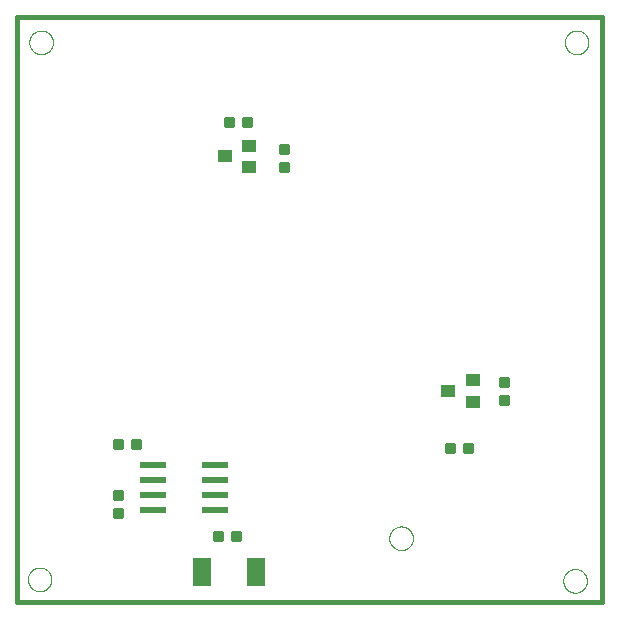
<source format=gtp>
G75*
%MOIN*%
%OFA0B0*%
%FSLAX25Y25*%
%IPPOS*%
%LPD*%
%AMOC8*
5,1,8,0,0,1.08239X$1,22.5*
%
%ADD10C,0.00000*%
%ADD11C,0.01600*%
%ADD12R,0.05906X0.09449*%
%ADD13C,0.00875*%
%ADD14R,0.04500X0.04000*%
%ADD15R,0.04724X0.04000*%
%ADD16R,0.08700X0.02400*%
D10*
X0005834Y0009308D02*
X0005836Y0009433D01*
X0005842Y0009558D01*
X0005852Y0009682D01*
X0005866Y0009806D01*
X0005883Y0009930D01*
X0005905Y0010053D01*
X0005931Y0010175D01*
X0005960Y0010297D01*
X0005993Y0010417D01*
X0006031Y0010536D01*
X0006071Y0010655D01*
X0006116Y0010771D01*
X0006164Y0010886D01*
X0006216Y0011000D01*
X0006272Y0011112D01*
X0006331Y0011222D01*
X0006393Y0011330D01*
X0006459Y0011437D01*
X0006528Y0011541D01*
X0006601Y0011642D01*
X0006676Y0011742D01*
X0006755Y0011839D01*
X0006837Y0011933D01*
X0006922Y0012025D01*
X0007009Y0012114D01*
X0007100Y0012200D01*
X0007193Y0012283D01*
X0007289Y0012364D01*
X0007387Y0012441D01*
X0007487Y0012515D01*
X0007590Y0012586D01*
X0007695Y0012653D01*
X0007803Y0012718D01*
X0007912Y0012778D01*
X0008023Y0012836D01*
X0008136Y0012889D01*
X0008250Y0012939D01*
X0008366Y0012986D01*
X0008483Y0013028D01*
X0008602Y0013067D01*
X0008722Y0013103D01*
X0008843Y0013134D01*
X0008965Y0013162D01*
X0009087Y0013185D01*
X0009211Y0013205D01*
X0009335Y0013221D01*
X0009459Y0013233D01*
X0009584Y0013241D01*
X0009709Y0013245D01*
X0009833Y0013245D01*
X0009958Y0013241D01*
X0010083Y0013233D01*
X0010207Y0013221D01*
X0010331Y0013205D01*
X0010455Y0013185D01*
X0010577Y0013162D01*
X0010699Y0013134D01*
X0010820Y0013103D01*
X0010940Y0013067D01*
X0011059Y0013028D01*
X0011176Y0012986D01*
X0011292Y0012939D01*
X0011406Y0012889D01*
X0011519Y0012836D01*
X0011630Y0012778D01*
X0011740Y0012718D01*
X0011847Y0012653D01*
X0011952Y0012586D01*
X0012055Y0012515D01*
X0012155Y0012441D01*
X0012253Y0012364D01*
X0012349Y0012283D01*
X0012442Y0012200D01*
X0012533Y0012114D01*
X0012620Y0012025D01*
X0012705Y0011933D01*
X0012787Y0011839D01*
X0012866Y0011742D01*
X0012941Y0011642D01*
X0013014Y0011541D01*
X0013083Y0011437D01*
X0013149Y0011330D01*
X0013211Y0011222D01*
X0013270Y0011112D01*
X0013326Y0011000D01*
X0013378Y0010886D01*
X0013426Y0010771D01*
X0013471Y0010655D01*
X0013511Y0010536D01*
X0013549Y0010417D01*
X0013582Y0010297D01*
X0013611Y0010175D01*
X0013637Y0010053D01*
X0013659Y0009930D01*
X0013676Y0009806D01*
X0013690Y0009682D01*
X0013700Y0009558D01*
X0013706Y0009433D01*
X0013708Y0009308D01*
X0013706Y0009183D01*
X0013700Y0009058D01*
X0013690Y0008934D01*
X0013676Y0008810D01*
X0013659Y0008686D01*
X0013637Y0008563D01*
X0013611Y0008441D01*
X0013582Y0008319D01*
X0013549Y0008199D01*
X0013511Y0008080D01*
X0013471Y0007961D01*
X0013426Y0007845D01*
X0013378Y0007730D01*
X0013326Y0007616D01*
X0013270Y0007504D01*
X0013211Y0007394D01*
X0013149Y0007286D01*
X0013083Y0007179D01*
X0013014Y0007075D01*
X0012941Y0006974D01*
X0012866Y0006874D01*
X0012787Y0006777D01*
X0012705Y0006683D01*
X0012620Y0006591D01*
X0012533Y0006502D01*
X0012442Y0006416D01*
X0012349Y0006333D01*
X0012253Y0006252D01*
X0012155Y0006175D01*
X0012055Y0006101D01*
X0011952Y0006030D01*
X0011847Y0005963D01*
X0011739Y0005898D01*
X0011630Y0005838D01*
X0011519Y0005780D01*
X0011406Y0005727D01*
X0011292Y0005677D01*
X0011176Y0005630D01*
X0011059Y0005588D01*
X0010940Y0005549D01*
X0010820Y0005513D01*
X0010699Y0005482D01*
X0010577Y0005454D01*
X0010455Y0005431D01*
X0010331Y0005411D01*
X0010207Y0005395D01*
X0010083Y0005383D01*
X0009958Y0005375D01*
X0009833Y0005371D01*
X0009709Y0005371D01*
X0009584Y0005375D01*
X0009459Y0005383D01*
X0009335Y0005395D01*
X0009211Y0005411D01*
X0009087Y0005431D01*
X0008965Y0005454D01*
X0008843Y0005482D01*
X0008722Y0005513D01*
X0008602Y0005549D01*
X0008483Y0005588D01*
X0008366Y0005630D01*
X0008250Y0005677D01*
X0008136Y0005727D01*
X0008023Y0005780D01*
X0007912Y0005838D01*
X0007802Y0005898D01*
X0007695Y0005963D01*
X0007590Y0006030D01*
X0007487Y0006101D01*
X0007387Y0006175D01*
X0007289Y0006252D01*
X0007193Y0006333D01*
X0007100Y0006416D01*
X0007009Y0006502D01*
X0006922Y0006591D01*
X0006837Y0006683D01*
X0006755Y0006777D01*
X0006676Y0006874D01*
X0006601Y0006974D01*
X0006528Y0007075D01*
X0006459Y0007179D01*
X0006393Y0007286D01*
X0006331Y0007394D01*
X0006272Y0007504D01*
X0006216Y0007616D01*
X0006164Y0007730D01*
X0006116Y0007845D01*
X0006071Y0007961D01*
X0006031Y0008080D01*
X0005993Y0008199D01*
X0005960Y0008319D01*
X0005931Y0008441D01*
X0005905Y0008563D01*
X0005883Y0008686D01*
X0005866Y0008810D01*
X0005852Y0008934D01*
X0005842Y0009058D01*
X0005836Y0009183D01*
X0005834Y0009308D01*
X0126315Y0023005D02*
X0126317Y0023130D01*
X0126323Y0023255D01*
X0126333Y0023379D01*
X0126347Y0023503D01*
X0126364Y0023627D01*
X0126386Y0023750D01*
X0126412Y0023872D01*
X0126441Y0023994D01*
X0126474Y0024114D01*
X0126512Y0024233D01*
X0126552Y0024352D01*
X0126597Y0024468D01*
X0126645Y0024583D01*
X0126697Y0024697D01*
X0126753Y0024809D01*
X0126812Y0024919D01*
X0126874Y0025027D01*
X0126940Y0025134D01*
X0127009Y0025238D01*
X0127082Y0025339D01*
X0127157Y0025439D01*
X0127236Y0025536D01*
X0127318Y0025630D01*
X0127403Y0025722D01*
X0127490Y0025811D01*
X0127581Y0025897D01*
X0127674Y0025980D01*
X0127770Y0026061D01*
X0127868Y0026138D01*
X0127968Y0026212D01*
X0128071Y0026283D01*
X0128176Y0026350D01*
X0128284Y0026415D01*
X0128393Y0026475D01*
X0128504Y0026533D01*
X0128617Y0026586D01*
X0128731Y0026636D01*
X0128847Y0026683D01*
X0128964Y0026725D01*
X0129083Y0026764D01*
X0129203Y0026800D01*
X0129324Y0026831D01*
X0129446Y0026859D01*
X0129568Y0026882D01*
X0129692Y0026902D01*
X0129816Y0026918D01*
X0129940Y0026930D01*
X0130065Y0026938D01*
X0130190Y0026942D01*
X0130314Y0026942D01*
X0130439Y0026938D01*
X0130564Y0026930D01*
X0130688Y0026918D01*
X0130812Y0026902D01*
X0130936Y0026882D01*
X0131058Y0026859D01*
X0131180Y0026831D01*
X0131301Y0026800D01*
X0131421Y0026764D01*
X0131540Y0026725D01*
X0131657Y0026683D01*
X0131773Y0026636D01*
X0131887Y0026586D01*
X0132000Y0026533D01*
X0132111Y0026475D01*
X0132221Y0026415D01*
X0132328Y0026350D01*
X0132433Y0026283D01*
X0132536Y0026212D01*
X0132636Y0026138D01*
X0132734Y0026061D01*
X0132830Y0025980D01*
X0132923Y0025897D01*
X0133014Y0025811D01*
X0133101Y0025722D01*
X0133186Y0025630D01*
X0133268Y0025536D01*
X0133347Y0025439D01*
X0133422Y0025339D01*
X0133495Y0025238D01*
X0133564Y0025134D01*
X0133630Y0025027D01*
X0133692Y0024919D01*
X0133751Y0024809D01*
X0133807Y0024697D01*
X0133859Y0024583D01*
X0133907Y0024468D01*
X0133952Y0024352D01*
X0133992Y0024233D01*
X0134030Y0024114D01*
X0134063Y0023994D01*
X0134092Y0023872D01*
X0134118Y0023750D01*
X0134140Y0023627D01*
X0134157Y0023503D01*
X0134171Y0023379D01*
X0134181Y0023255D01*
X0134187Y0023130D01*
X0134189Y0023005D01*
X0134187Y0022880D01*
X0134181Y0022755D01*
X0134171Y0022631D01*
X0134157Y0022507D01*
X0134140Y0022383D01*
X0134118Y0022260D01*
X0134092Y0022138D01*
X0134063Y0022016D01*
X0134030Y0021896D01*
X0133992Y0021777D01*
X0133952Y0021658D01*
X0133907Y0021542D01*
X0133859Y0021427D01*
X0133807Y0021313D01*
X0133751Y0021201D01*
X0133692Y0021091D01*
X0133630Y0020983D01*
X0133564Y0020876D01*
X0133495Y0020772D01*
X0133422Y0020671D01*
X0133347Y0020571D01*
X0133268Y0020474D01*
X0133186Y0020380D01*
X0133101Y0020288D01*
X0133014Y0020199D01*
X0132923Y0020113D01*
X0132830Y0020030D01*
X0132734Y0019949D01*
X0132636Y0019872D01*
X0132536Y0019798D01*
X0132433Y0019727D01*
X0132328Y0019660D01*
X0132220Y0019595D01*
X0132111Y0019535D01*
X0132000Y0019477D01*
X0131887Y0019424D01*
X0131773Y0019374D01*
X0131657Y0019327D01*
X0131540Y0019285D01*
X0131421Y0019246D01*
X0131301Y0019210D01*
X0131180Y0019179D01*
X0131058Y0019151D01*
X0130936Y0019128D01*
X0130812Y0019108D01*
X0130688Y0019092D01*
X0130564Y0019080D01*
X0130439Y0019072D01*
X0130314Y0019068D01*
X0130190Y0019068D01*
X0130065Y0019072D01*
X0129940Y0019080D01*
X0129816Y0019092D01*
X0129692Y0019108D01*
X0129568Y0019128D01*
X0129446Y0019151D01*
X0129324Y0019179D01*
X0129203Y0019210D01*
X0129083Y0019246D01*
X0128964Y0019285D01*
X0128847Y0019327D01*
X0128731Y0019374D01*
X0128617Y0019424D01*
X0128504Y0019477D01*
X0128393Y0019535D01*
X0128283Y0019595D01*
X0128176Y0019660D01*
X0128071Y0019727D01*
X0127968Y0019798D01*
X0127868Y0019872D01*
X0127770Y0019949D01*
X0127674Y0020030D01*
X0127581Y0020113D01*
X0127490Y0020199D01*
X0127403Y0020288D01*
X0127318Y0020380D01*
X0127236Y0020474D01*
X0127157Y0020571D01*
X0127082Y0020671D01*
X0127009Y0020772D01*
X0126940Y0020876D01*
X0126874Y0020983D01*
X0126812Y0021091D01*
X0126753Y0021201D01*
X0126697Y0021313D01*
X0126645Y0021427D01*
X0126597Y0021542D01*
X0126552Y0021658D01*
X0126512Y0021777D01*
X0126474Y0021896D01*
X0126441Y0022016D01*
X0126412Y0022138D01*
X0126386Y0022260D01*
X0126364Y0022383D01*
X0126347Y0022507D01*
X0126333Y0022631D01*
X0126323Y0022755D01*
X0126317Y0022880D01*
X0126315Y0023005D01*
X0184319Y0008800D02*
X0184321Y0008925D01*
X0184327Y0009050D01*
X0184337Y0009174D01*
X0184351Y0009298D01*
X0184368Y0009422D01*
X0184390Y0009545D01*
X0184416Y0009667D01*
X0184445Y0009789D01*
X0184478Y0009909D01*
X0184516Y0010028D01*
X0184556Y0010147D01*
X0184601Y0010263D01*
X0184649Y0010378D01*
X0184701Y0010492D01*
X0184757Y0010604D01*
X0184816Y0010714D01*
X0184878Y0010822D01*
X0184944Y0010929D01*
X0185013Y0011033D01*
X0185086Y0011134D01*
X0185161Y0011234D01*
X0185240Y0011331D01*
X0185322Y0011425D01*
X0185407Y0011517D01*
X0185494Y0011606D01*
X0185585Y0011692D01*
X0185678Y0011775D01*
X0185774Y0011856D01*
X0185872Y0011933D01*
X0185972Y0012007D01*
X0186075Y0012078D01*
X0186180Y0012145D01*
X0186288Y0012210D01*
X0186397Y0012270D01*
X0186508Y0012328D01*
X0186621Y0012381D01*
X0186735Y0012431D01*
X0186851Y0012478D01*
X0186968Y0012520D01*
X0187087Y0012559D01*
X0187207Y0012595D01*
X0187328Y0012626D01*
X0187450Y0012654D01*
X0187572Y0012677D01*
X0187696Y0012697D01*
X0187820Y0012713D01*
X0187944Y0012725D01*
X0188069Y0012733D01*
X0188194Y0012737D01*
X0188318Y0012737D01*
X0188443Y0012733D01*
X0188568Y0012725D01*
X0188692Y0012713D01*
X0188816Y0012697D01*
X0188940Y0012677D01*
X0189062Y0012654D01*
X0189184Y0012626D01*
X0189305Y0012595D01*
X0189425Y0012559D01*
X0189544Y0012520D01*
X0189661Y0012478D01*
X0189777Y0012431D01*
X0189891Y0012381D01*
X0190004Y0012328D01*
X0190115Y0012270D01*
X0190225Y0012210D01*
X0190332Y0012145D01*
X0190437Y0012078D01*
X0190540Y0012007D01*
X0190640Y0011933D01*
X0190738Y0011856D01*
X0190834Y0011775D01*
X0190927Y0011692D01*
X0191018Y0011606D01*
X0191105Y0011517D01*
X0191190Y0011425D01*
X0191272Y0011331D01*
X0191351Y0011234D01*
X0191426Y0011134D01*
X0191499Y0011033D01*
X0191568Y0010929D01*
X0191634Y0010822D01*
X0191696Y0010714D01*
X0191755Y0010604D01*
X0191811Y0010492D01*
X0191863Y0010378D01*
X0191911Y0010263D01*
X0191956Y0010147D01*
X0191996Y0010028D01*
X0192034Y0009909D01*
X0192067Y0009789D01*
X0192096Y0009667D01*
X0192122Y0009545D01*
X0192144Y0009422D01*
X0192161Y0009298D01*
X0192175Y0009174D01*
X0192185Y0009050D01*
X0192191Y0008925D01*
X0192193Y0008800D01*
X0192191Y0008675D01*
X0192185Y0008550D01*
X0192175Y0008426D01*
X0192161Y0008302D01*
X0192144Y0008178D01*
X0192122Y0008055D01*
X0192096Y0007933D01*
X0192067Y0007811D01*
X0192034Y0007691D01*
X0191996Y0007572D01*
X0191956Y0007453D01*
X0191911Y0007337D01*
X0191863Y0007222D01*
X0191811Y0007108D01*
X0191755Y0006996D01*
X0191696Y0006886D01*
X0191634Y0006778D01*
X0191568Y0006671D01*
X0191499Y0006567D01*
X0191426Y0006466D01*
X0191351Y0006366D01*
X0191272Y0006269D01*
X0191190Y0006175D01*
X0191105Y0006083D01*
X0191018Y0005994D01*
X0190927Y0005908D01*
X0190834Y0005825D01*
X0190738Y0005744D01*
X0190640Y0005667D01*
X0190540Y0005593D01*
X0190437Y0005522D01*
X0190332Y0005455D01*
X0190224Y0005390D01*
X0190115Y0005330D01*
X0190004Y0005272D01*
X0189891Y0005219D01*
X0189777Y0005169D01*
X0189661Y0005122D01*
X0189544Y0005080D01*
X0189425Y0005041D01*
X0189305Y0005005D01*
X0189184Y0004974D01*
X0189062Y0004946D01*
X0188940Y0004923D01*
X0188816Y0004903D01*
X0188692Y0004887D01*
X0188568Y0004875D01*
X0188443Y0004867D01*
X0188318Y0004863D01*
X0188194Y0004863D01*
X0188069Y0004867D01*
X0187944Y0004875D01*
X0187820Y0004887D01*
X0187696Y0004903D01*
X0187572Y0004923D01*
X0187450Y0004946D01*
X0187328Y0004974D01*
X0187207Y0005005D01*
X0187087Y0005041D01*
X0186968Y0005080D01*
X0186851Y0005122D01*
X0186735Y0005169D01*
X0186621Y0005219D01*
X0186508Y0005272D01*
X0186397Y0005330D01*
X0186287Y0005390D01*
X0186180Y0005455D01*
X0186075Y0005522D01*
X0185972Y0005593D01*
X0185872Y0005667D01*
X0185774Y0005744D01*
X0185678Y0005825D01*
X0185585Y0005908D01*
X0185494Y0005994D01*
X0185407Y0006083D01*
X0185322Y0006175D01*
X0185240Y0006269D01*
X0185161Y0006366D01*
X0185086Y0006466D01*
X0185013Y0006567D01*
X0184944Y0006671D01*
X0184878Y0006778D01*
X0184816Y0006886D01*
X0184757Y0006996D01*
X0184701Y0007108D01*
X0184649Y0007222D01*
X0184601Y0007337D01*
X0184556Y0007453D01*
X0184516Y0007572D01*
X0184478Y0007691D01*
X0184445Y0007811D01*
X0184416Y0007933D01*
X0184390Y0008055D01*
X0184368Y0008178D01*
X0184351Y0008302D01*
X0184337Y0008426D01*
X0184327Y0008550D01*
X0184321Y0008675D01*
X0184319Y0008800D01*
X0184834Y0188308D02*
X0184836Y0188433D01*
X0184842Y0188558D01*
X0184852Y0188682D01*
X0184866Y0188806D01*
X0184883Y0188930D01*
X0184905Y0189053D01*
X0184931Y0189175D01*
X0184960Y0189297D01*
X0184993Y0189417D01*
X0185031Y0189536D01*
X0185071Y0189655D01*
X0185116Y0189771D01*
X0185164Y0189886D01*
X0185216Y0190000D01*
X0185272Y0190112D01*
X0185331Y0190222D01*
X0185393Y0190330D01*
X0185459Y0190437D01*
X0185528Y0190541D01*
X0185601Y0190642D01*
X0185676Y0190742D01*
X0185755Y0190839D01*
X0185837Y0190933D01*
X0185922Y0191025D01*
X0186009Y0191114D01*
X0186100Y0191200D01*
X0186193Y0191283D01*
X0186289Y0191364D01*
X0186387Y0191441D01*
X0186487Y0191515D01*
X0186590Y0191586D01*
X0186695Y0191653D01*
X0186803Y0191718D01*
X0186912Y0191778D01*
X0187023Y0191836D01*
X0187136Y0191889D01*
X0187250Y0191939D01*
X0187366Y0191986D01*
X0187483Y0192028D01*
X0187602Y0192067D01*
X0187722Y0192103D01*
X0187843Y0192134D01*
X0187965Y0192162D01*
X0188087Y0192185D01*
X0188211Y0192205D01*
X0188335Y0192221D01*
X0188459Y0192233D01*
X0188584Y0192241D01*
X0188709Y0192245D01*
X0188833Y0192245D01*
X0188958Y0192241D01*
X0189083Y0192233D01*
X0189207Y0192221D01*
X0189331Y0192205D01*
X0189455Y0192185D01*
X0189577Y0192162D01*
X0189699Y0192134D01*
X0189820Y0192103D01*
X0189940Y0192067D01*
X0190059Y0192028D01*
X0190176Y0191986D01*
X0190292Y0191939D01*
X0190406Y0191889D01*
X0190519Y0191836D01*
X0190630Y0191778D01*
X0190740Y0191718D01*
X0190847Y0191653D01*
X0190952Y0191586D01*
X0191055Y0191515D01*
X0191155Y0191441D01*
X0191253Y0191364D01*
X0191349Y0191283D01*
X0191442Y0191200D01*
X0191533Y0191114D01*
X0191620Y0191025D01*
X0191705Y0190933D01*
X0191787Y0190839D01*
X0191866Y0190742D01*
X0191941Y0190642D01*
X0192014Y0190541D01*
X0192083Y0190437D01*
X0192149Y0190330D01*
X0192211Y0190222D01*
X0192270Y0190112D01*
X0192326Y0190000D01*
X0192378Y0189886D01*
X0192426Y0189771D01*
X0192471Y0189655D01*
X0192511Y0189536D01*
X0192549Y0189417D01*
X0192582Y0189297D01*
X0192611Y0189175D01*
X0192637Y0189053D01*
X0192659Y0188930D01*
X0192676Y0188806D01*
X0192690Y0188682D01*
X0192700Y0188558D01*
X0192706Y0188433D01*
X0192708Y0188308D01*
X0192706Y0188183D01*
X0192700Y0188058D01*
X0192690Y0187934D01*
X0192676Y0187810D01*
X0192659Y0187686D01*
X0192637Y0187563D01*
X0192611Y0187441D01*
X0192582Y0187319D01*
X0192549Y0187199D01*
X0192511Y0187080D01*
X0192471Y0186961D01*
X0192426Y0186845D01*
X0192378Y0186730D01*
X0192326Y0186616D01*
X0192270Y0186504D01*
X0192211Y0186394D01*
X0192149Y0186286D01*
X0192083Y0186179D01*
X0192014Y0186075D01*
X0191941Y0185974D01*
X0191866Y0185874D01*
X0191787Y0185777D01*
X0191705Y0185683D01*
X0191620Y0185591D01*
X0191533Y0185502D01*
X0191442Y0185416D01*
X0191349Y0185333D01*
X0191253Y0185252D01*
X0191155Y0185175D01*
X0191055Y0185101D01*
X0190952Y0185030D01*
X0190847Y0184963D01*
X0190739Y0184898D01*
X0190630Y0184838D01*
X0190519Y0184780D01*
X0190406Y0184727D01*
X0190292Y0184677D01*
X0190176Y0184630D01*
X0190059Y0184588D01*
X0189940Y0184549D01*
X0189820Y0184513D01*
X0189699Y0184482D01*
X0189577Y0184454D01*
X0189455Y0184431D01*
X0189331Y0184411D01*
X0189207Y0184395D01*
X0189083Y0184383D01*
X0188958Y0184375D01*
X0188833Y0184371D01*
X0188709Y0184371D01*
X0188584Y0184375D01*
X0188459Y0184383D01*
X0188335Y0184395D01*
X0188211Y0184411D01*
X0188087Y0184431D01*
X0187965Y0184454D01*
X0187843Y0184482D01*
X0187722Y0184513D01*
X0187602Y0184549D01*
X0187483Y0184588D01*
X0187366Y0184630D01*
X0187250Y0184677D01*
X0187136Y0184727D01*
X0187023Y0184780D01*
X0186912Y0184838D01*
X0186802Y0184898D01*
X0186695Y0184963D01*
X0186590Y0185030D01*
X0186487Y0185101D01*
X0186387Y0185175D01*
X0186289Y0185252D01*
X0186193Y0185333D01*
X0186100Y0185416D01*
X0186009Y0185502D01*
X0185922Y0185591D01*
X0185837Y0185683D01*
X0185755Y0185777D01*
X0185676Y0185874D01*
X0185601Y0185974D01*
X0185528Y0186075D01*
X0185459Y0186179D01*
X0185393Y0186286D01*
X0185331Y0186394D01*
X0185272Y0186504D01*
X0185216Y0186616D01*
X0185164Y0186730D01*
X0185116Y0186845D01*
X0185071Y0186961D01*
X0185031Y0187080D01*
X0184993Y0187199D01*
X0184960Y0187319D01*
X0184931Y0187441D01*
X0184905Y0187563D01*
X0184883Y0187686D01*
X0184866Y0187810D01*
X0184852Y0187934D01*
X0184842Y0188058D01*
X0184836Y0188183D01*
X0184834Y0188308D01*
X0006334Y0188308D02*
X0006336Y0188433D01*
X0006342Y0188558D01*
X0006352Y0188682D01*
X0006366Y0188806D01*
X0006383Y0188930D01*
X0006405Y0189053D01*
X0006431Y0189175D01*
X0006460Y0189297D01*
X0006493Y0189417D01*
X0006531Y0189536D01*
X0006571Y0189655D01*
X0006616Y0189771D01*
X0006664Y0189886D01*
X0006716Y0190000D01*
X0006772Y0190112D01*
X0006831Y0190222D01*
X0006893Y0190330D01*
X0006959Y0190437D01*
X0007028Y0190541D01*
X0007101Y0190642D01*
X0007176Y0190742D01*
X0007255Y0190839D01*
X0007337Y0190933D01*
X0007422Y0191025D01*
X0007509Y0191114D01*
X0007600Y0191200D01*
X0007693Y0191283D01*
X0007789Y0191364D01*
X0007887Y0191441D01*
X0007987Y0191515D01*
X0008090Y0191586D01*
X0008195Y0191653D01*
X0008303Y0191718D01*
X0008412Y0191778D01*
X0008523Y0191836D01*
X0008636Y0191889D01*
X0008750Y0191939D01*
X0008866Y0191986D01*
X0008983Y0192028D01*
X0009102Y0192067D01*
X0009222Y0192103D01*
X0009343Y0192134D01*
X0009465Y0192162D01*
X0009587Y0192185D01*
X0009711Y0192205D01*
X0009835Y0192221D01*
X0009959Y0192233D01*
X0010084Y0192241D01*
X0010209Y0192245D01*
X0010333Y0192245D01*
X0010458Y0192241D01*
X0010583Y0192233D01*
X0010707Y0192221D01*
X0010831Y0192205D01*
X0010955Y0192185D01*
X0011077Y0192162D01*
X0011199Y0192134D01*
X0011320Y0192103D01*
X0011440Y0192067D01*
X0011559Y0192028D01*
X0011676Y0191986D01*
X0011792Y0191939D01*
X0011906Y0191889D01*
X0012019Y0191836D01*
X0012130Y0191778D01*
X0012240Y0191718D01*
X0012347Y0191653D01*
X0012452Y0191586D01*
X0012555Y0191515D01*
X0012655Y0191441D01*
X0012753Y0191364D01*
X0012849Y0191283D01*
X0012942Y0191200D01*
X0013033Y0191114D01*
X0013120Y0191025D01*
X0013205Y0190933D01*
X0013287Y0190839D01*
X0013366Y0190742D01*
X0013441Y0190642D01*
X0013514Y0190541D01*
X0013583Y0190437D01*
X0013649Y0190330D01*
X0013711Y0190222D01*
X0013770Y0190112D01*
X0013826Y0190000D01*
X0013878Y0189886D01*
X0013926Y0189771D01*
X0013971Y0189655D01*
X0014011Y0189536D01*
X0014049Y0189417D01*
X0014082Y0189297D01*
X0014111Y0189175D01*
X0014137Y0189053D01*
X0014159Y0188930D01*
X0014176Y0188806D01*
X0014190Y0188682D01*
X0014200Y0188558D01*
X0014206Y0188433D01*
X0014208Y0188308D01*
X0014206Y0188183D01*
X0014200Y0188058D01*
X0014190Y0187934D01*
X0014176Y0187810D01*
X0014159Y0187686D01*
X0014137Y0187563D01*
X0014111Y0187441D01*
X0014082Y0187319D01*
X0014049Y0187199D01*
X0014011Y0187080D01*
X0013971Y0186961D01*
X0013926Y0186845D01*
X0013878Y0186730D01*
X0013826Y0186616D01*
X0013770Y0186504D01*
X0013711Y0186394D01*
X0013649Y0186286D01*
X0013583Y0186179D01*
X0013514Y0186075D01*
X0013441Y0185974D01*
X0013366Y0185874D01*
X0013287Y0185777D01*
X0013205Y0185683D01*
X0013120Y0185591D01*
X0013033Y0185502D01*
X0012942Y0185416D01*
X0012849Y0185333D01*
X0012753Y0185252D01*
X0012655Y0185175D01*
X0012555Y0185101D01*
X0012452Y0185030D01*
X0012347Y0184963D01*
X0012239Y0184898D01*
X0012130Y0184838D01*
X0012019Y0184780D01*
X0011906Y0184727D01*
X0011792Y0184677D01*
X0011676Y0184630D01*
X0011559Y0184588D01*
X0011440Y0184549D01*
X0011320Y0184513D01*
X0011199Y0184482D01*
X0011077Y0184454D01*
X0010955Y0184431D01*
X0010831Y0184411D01*
X0010707Y0184395D01*
X0010583Y0184383D01*
X0010458Y0184375D01*
X0010333Y0184371D01*
X0010209Y0184371D01*
X0010084Y0184375D01*
X0009959Y0184383D01*
X0009835Y0184395D01*
X0009711Y0184411D01*
X0009587Y0184431D01*
X0009465Y0184454D01*
X0009343Y0184482D01*
X0009222Y0184513D01*
X0009102Y0184549D01*
X0008983Y0184588D01*
X0008866Y0184630D01*
X0008750Y0184677D01*
X0008636Y0184727D01*
X0008523Y0184780D01*
X0008412Y0184838D01*
X0008302Y0184898D01*
X0008195Y0184963D01*
X0008090Y0185030D01*
X0007987Y0185101D01*
X0007887Y0185175D01*
X0007789Y0185252D01*
X0007693Y0185333D01*
X0007600Y0185416D01*
X0007509Y0185502D01*
X0007422Y0185591D01*
X0007337Y0185683D01*
X0007255Y0185777D01*
X0007176Y0185874D01*
X0007101Y0185974D01*
X0007028Y0186075D01*
X0006959Y0186179D01*
X0006893Y0186286D01*
X0006831Y0186394D01*
X0006772Y0186504D01*
X0006716Y0186616D01*
X0006664Y0186730D01*
X0006616Y0186845D01*
X0006571Y0186961D01*
X0006531Y0187080D01*
X0006493Y0187199D01*
X0006460Y0187319D01*
X0006431Y0187441D01*
X0006405Y0187563D01*
X0006383Y0187686D01*
X0006366Y0187810D01*
X0006352Y0187934D01*
X0006342Y0188058D01*
X0006336Y0188183D01*
X0006334Y0188308D01*
D11*
X0002271Y0001808D02*
X0197122Y0001808D01*
X0197122Y0196658D01*
X0002271Y0196658D01*
X0002271Y0001808D01*
D12*
X0063795Y0011820D03*
X0081905Y0011820D03*
D13*
X0076584Y0025121D02*
X0073958Y0025121D01*
X0076584Y0025121D02*
X0076584Y0022495D01*
X0073958Y0022495D01*
X0073958Y0025121D01*
X0073958Y0023369D02*
X0076584Y0023369D01*
X0076584Y0024243D02*
X0073958Y0024243D01*
X0073958Y0025117D02*
X0076584Y0025117D01*
X0070584Y0025121D02*
X0067958Y0025121D01*
X0070584Y0025121D02*
X0070584Y0022495D01*
X0067958Y0022495D01*
X0067958Y0025121D01*
X0067958Y0023369D02*
X0070584Y0023369D01*
X0070584Y0024243D02*
X0067958Y0024243D01*
X0067958Y0025117D02*
X0070584Y0025117D01*
X0043084Y0055621D02*
X0040458Y0055621D01*
X0043084Y0055621D02*
X0043084Y0052995D01*
X0040458Y0052995D01*
X0040458Y0055621D01*
X0040458Y0053869D02*
X0043084Y0053869D01*
X0043084Y0054743D02*
X0040458Y0054743D01*
X0040458Y0055617D02*
X0043084Y0055617D01*
X0037084Y0055621D02*
X0034458Y0055621D01*
X0037084Y0055621D02*
X0037084Y0052995D01*
X0034458Y0052995D01*
X0034458Y0055621D01*
X0034458Y0053869D02*
X0037084Y0053869D01*
X0037084Y0054743D02*
X0034458Y0054743D01*
X0034458Y0055617D02*
X0037084Y0055617D01*
X0034458Y0038621D02*
X0034458Y0035995D01*
X0034458Y0038621D02*
X0037084Y0038621D01*
X0037084Y0035995D01*
X0034458Y0035995D01*
X0034458Y0036869D02*
X0037084Y0036869D01*
X0037084Y0037743D02*
X0034458Y0037743D01*
X0034458Y0038617D02*
X0037084Y0038617D01*
X0034458Y0032621D02*
X0034458Y0029995D01*
X0034458Y0032621D02*
X0037084Y0032621D01*
X0037084Y0029995D01*
X0034458Y0029995D01*
X0034458Y0030869D02*
X0037084Y0030869D01*
X0037084Y0031743D02*
X0034458Y0031743D01*
X0034458Y0032617D02*
X0037084Y0032617D01*
X0145131Y0054495D02*
X0147757Y0054495D01*
X0147757Y0051869D01*
X0145131Y0051869D01*
X0145131Y0054495D01*
X0145131Y0052743D02*
X0147757Y0052743D01*
X0147757Y0053617D02*
X0145131Y0053617D01*
X0145131Y0054491D02*
X0147757Y0054491D01*
X0151131Y0054495D02*
X0153757Y0054495D01*
X0153757Y0051869D01*
X0151131Y0051869D01*
X0151131Y0054495D01*
X0151131Y0052743D02*
X0153757Y0052743D01*
X0153757Y0053617D02*
X0151131Y0053617D01*
X0151131Y0054491D02*
X0153757Y0054491D01*
X0165777Y0067806D02*
X0165777Y0070432D01*
X0165777Y0067806D02*
X0163151Y0067806D01*
X0163151Y0070432D01*
X0165777Y0070432D01*
X0165777Y0068680D02*
X0163151Y0068680D01*
X0163151Y0069554D02*
X0165777Y0069554D01*
X0165777Y0070428D02*
X0163151Y0070428D01*
X0165777Y0073806D02*
X0165777Y0076432D01*
X0165777Y0073806D02*
X0163151Y0073806D01*
X0163151Y0076432D01*
X0165777Y0076432D01*
X0165777Y0074680D02*
X0163151Y0074680D01*
X0163151Y0075554D02*
X0165777Y0075554D01*
X0165777Y0076428D02*
X0163151Y0076428D01*
X0092584Y0145495D02*
X0092584Y0148121D01*
X0092584Y0145495D02*
X0089958Y0145495D01*
X0089958Y0148121D01*
X0092584Y0148121D01*
X0092584Y0146369D02*
X0089958Y0146369D01*
X0089958Y0147243D02*
X0092584Y0147243D01*
X0092584Y0148117D02*
X0089958Y0148117D01*
X0092584Y0151495D02*
X0092584Y0154121D01*
X0092584Y0151495D02*
X0089958Y0151495D01*
X0089958Y0154121D01*
X0092584Y0154121D01*
X0092584Y0152369D02*
X0089958Y0152369D01*
X0089958Y0153243D02*
X0092584Y0153243D01*
X0092584Y0154117D02*
X0089958Y0154117D01*
X0080084Y0160495D02*
X0077458Y0160495D01*
X0077458Y0163121D01*
X0080084Y0163121D01*
X0080084Y0160495D01*
X0080084Y0161369D02*
X0077458Y0161369D01*
X0077458Y0162243D02*
X0080084Y0162243D01*
X0080084Y0163117D02*
X0077458Y0163117D01*
X0074084Y0160495D02*
X0071458Y0160495D01*
X0071458Y0163121D01*
X0074084Y0163121D01*
X0074084Y0160495D01*
X0074084Y0161369D02*
X0071458Y0161369D01*
X0071458Y0162243D02*
X0074084Y0162243D01*
X0074084Y0163117D02*
X0071458Y0163117D01*
D14*
X0079437Y0153792D03*
X0079437Y0146792D03*
X0071437Y0150292D03*
D15*
X0145763Y0072119D03*
X0154110Y0075859D03*
X0154110Y0068379D03*
D16*
X0068071Y0047308D03*
X0068071Y0042308D03*
X0068071Y0037308D03*
X0068071Y0032308D03*
X0047471Y0032308D03*
X0047471Y0037308D03*
X0047471Y0042308D03*
X0047471Y0047308D03*
M02*

</source>
